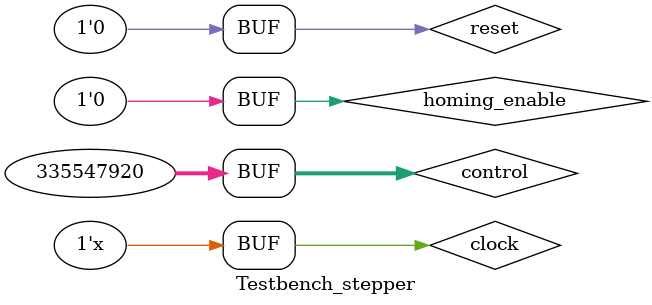
<source format=sv>
`timescale 1ms/100ns

module Testbench_stepper(); 

    reg clock; 
    reg reset; 
    reg [31:0] control;  
    wire stepper, direction;
    reg homing_enable; 

    stepper stepper_inst (
        .clk        (clock), 
        .reset      (reset),
        .control    (control),
        .homing_enable (homing_enable),
        .step       (stepper), 
        .dir        (direction)
    );

    always #0.5 clock = ~clock; 

    initial begin

        clock = 1'b1; 
        reset = 1'b1;
        homing_enable = 0;

        #5
        reset = 1'b0;

        #5
        control[31:24] = 8'd0; 
        control[23:0] = 24'b0000_0000_0000_0000_0000_0000;

        #5
        control[31:24] = 8'd20; 
        control[23:0] = 24'd3600;

    end

endmodule
</source>
